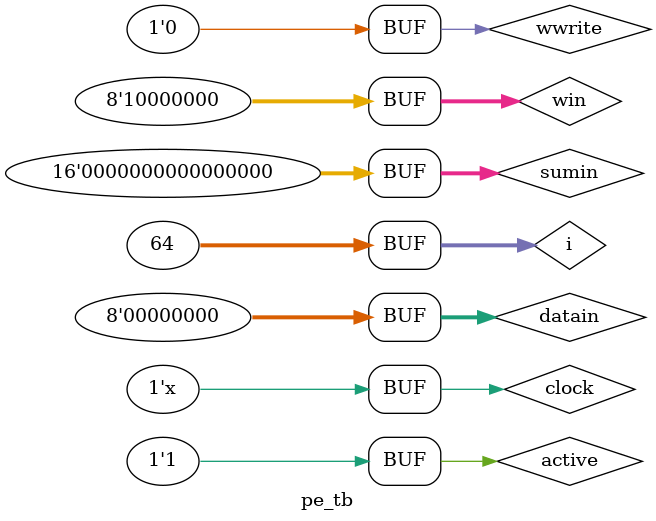
<source format=v>
`timescale 1ns / 1ps

module pe_tb();

    reg clock, active, wwrite;
    reg [7:0] datain, win;
    reg [15:0] sumin;

    wire [15:0] maccout;
    wire [7:0] dataout, wout;
    wire wwriteout, activeout;

    integer i;

    pe DUT(
        .clock(clock),
        .active(active),
        .datain(datain),
        .win(win),
        .sumin(sumin),
        .wwrite(wwrite),
        .maccout(maccout),
        .dataout(dataout),
        .wout(wout),
        .wwriteout(wwriteout),
        .activeout(activeout)
    );

    always begin
        #5;
        clock = ~clock;
    end // always

    initial begin
        clock = 1'b1;
        active = 1'b0;   
        wwrite = 1'b0;
        datain = 8'h00;
        win = 8'h00;
        sumin = 16'h0000;

        //#100;
        active = 1'b1;

        wwrite = 1'b1;

        for (i = 0; i < 64; i = i + 1) begin
            #10;
            win = win + 8'h04;
        end

        wwrite = 1'b0;

        for (i = 0; i < 64; i = i + 1) begin
            #10;
            win = win + 8'h02;
        end

    end // initial

endmodule // pe_tb

</source>
